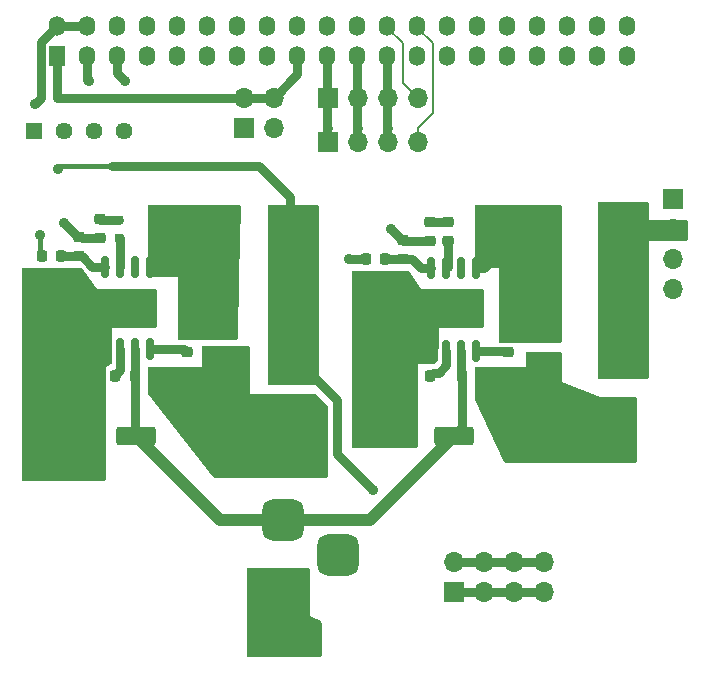
<source format=gtl>
G04 #@! TF.GenerationSoftware,KiCad,Pcbnew,(6.0.1)*
G04 #@! TF.CreationDate,2023-02-19T12:06:20-06:00*
G04 #@! TF.ProjectId,2019-Pi-Power,32303139-2d50-4692-9d50-6f7765722e6b,V2*
G04 #@! TF.SameCoordinates,Original*
G04 #@! TF.FileFunction,Copper,L1,Top*
G04 #@! TF.FilePolarity,Positive*
%FSLAX46Y46*%
G04 Gerber Fmt 4.6, Leading zero omitted, Abs format (unit mm)*
G04 Created by KiCad (PCBNEW (6.0.1)) date 2023-02-19 12:06:20*
%MOMM*%
%LPD*%
G01*
G04 APERTURE LIST*
G04 Aperture macros list*
%AMRoundRect*
0 Rectangle with rounded corners*
0 $1 Rounding radius*
0 $2 $3 $4 $5 $6 $7 $8 $9 X,Y pos of 4 corners*
0 Add a 4 corners polygon primitive as box body*
4,1,4,$2,$3,$4,$5,$6,$7,$8,$9,$2,$3,0*
0 Add four circle primitives for the rounded corners*
1,1,$1+$1,$2,$3*
1,1,$1+$1,$4,$5*
1,1,$1+$1,$6,$7*
1,1,$1+$1,$8,$9*
0 Add four rect primitives between the rounded corners*
20,1,$1+$1,$2,$3,$4,$5,0*
20,1,$1+$1,$4,$5,$6,$7,0*
20,1,$1+$1,$6,$7,$8,$9,0*
20,1,$1+$1,$8,$9,$2,$3,0*%
G04 Aperture macros list end*
G04 #@! TA.AperFunction,SMDPad,CuDef*
%ADD10RoundRect,0.218750X-0.218750X-0.256250X0.218750X-0.256250X0.218750X0.256250X-0.218750X0.256250X0*%
G04 #@! TD*
G04 #@! TA.AperFunction,SMDPad,CuDef*
%ADD11RoundRect,0.218750X-0.256250X0.218750X-0.256250X-0.218750X0.256250X-0.218750X0.256250X0.218750X0*%
G04 #@! TD*
G04 #@! TA.AperFunction,SMDPad,CuDef*
%ADD12R,0.750000X0.800000*%
G04 #@! TD*
G04 #@! TA.AperFunction,ComponentPad*
%ADD13RoundRect,0.875000X0.875000X-0.875000X0.875000X0.875000X-0.875000X0.875000X-0.875000X-0.875000X0*%
G04 #@! TD*
G04 #@! TA.AperFunction,SMDPad,CuDef*
%ADD14R,2.700000X3.600000*%
G04 #@! TD*
G04 #@! TA.AperFunction,SMDPad,CuDef*
%ADD15RoundRect,0.218750X0.218750X0.256250X-0.218750X0.256250X-0.218750X-0.256250X0.218750X-0.256250X0*%
G04 #@! TD*
G04 #@! TA.AperFunction,SMDPad,CuDef*
%ADD16RoundRect,0.218750X0.256250X-0.218750X0.256250X0.218750X-0.256250X0.218750X-0.256250X-0.218750X0*%
G04 #@! TD*
G04 #@! TA.AperFunction,SMDPad,CuDef*
%ADD17RoundRect,0.150000X-0.150000X0.800000X-0.150000X-0.800000X0.150000X-0.800000X0.150000X0.800000X0*%
G04 #@! TD*
G04 #@! TA.AperFunction,SMDPad,CuDef*
%ADD18R,1.700000X2.500000*%
G04 #@! TD*
G04 #@! TA.AperFunction,SMDPad,CuDef*
%ADD19RoundRect,0.250000X1.412500X0.550000X-1.412500X0.550000X-1.412500X-0.550000X1.412500X-0.550000X0*%
G04 #@! TD*
G04 #@! TA.AperFunction,SMDPad,CuDef*
%ADD20RoundRect,0.250000X-0.550000X1.412500X-0.550000X-1.412500X0.550000X-1.412500X0.550000X1.412500X0*%
G04 #@! TD*
G04 #@! TA.AperFunction,ComponentPad*
%ADD21R,1.700000X1.700000*%
G04 #@! TD*
G04 #@! TA.AperFunction,ComponentPad*
%ADD22O,1.700000X1.700000*%
G04 #@! TD*
G04 #@! TA.AperFunction,ComponentPad*
%ADD23R,1.440000X1.440000*%
G04 #@! TD*
G04 #@! TA.AperFunction,ComponentPad*
%ADD24C,1.440000*%
G04 #@! TD*
G04 #@! TA.AperFunction,ComponentPad*
%ADD25R,1.400000X1.700000*%
G04 #@! TD*
G04 #@! TA.AperFunction,ComponentPad*
%ADD26O,1.400000X1.700000*%
G04 #@! TD*
G04 #@! TA.AperFunction,ViaPad*
%ADD27C,0.900000*%
G04 #@! TD*
G04 #@! TA.AperFunction,ViaPad*
%ADD28C,0.500000*%
G04 #@! TD*
G04 #@! TA.AperFunction,Conductor*
%ADD29C,0.800000*%
G04 #@! TD*
G04 #@! TA.AperFunction,Conductor*
%ADD30C,0.400000*%
G04 #@! TD*
G04 #@! TA.AperFunction,Conductor*
%ADD31C,0.200000*%
G04 #@! TD*
G04 #@! TA.AperFunction,Conductor*
%ADD32C,1.000000*%
G04 #@! TD*
G04 APERTURE END LIST*
D10*
X214960500Y-125870000D03*
X216535500Y-125870000D03*
D11*
X219304000Y-122263000D03*
X219304000Y-123838000D03*
D12*
X213589000Y-114186000D03*
X213589000Y-112686000D03*
D13*
X227432000Y-138062000D03*
X227432000Y-144062000D03*
X232132000Y-141062000D03*
D14*
X228026000Y-113678000D03*
X219726000Y-113678000D03*
D15*
X213208000Y-125870000D03*
X211633000Y-125870000D03*
D16*
X210160000Y-115735500D03*
X210160000Y-114160500D03*
D11*
X211938000Y-112636500D03*
X211938000Y-114211500D03*
D10*
X207086500Y-115710000D03*
X208661500Y-115710000D03*
D17*
X216192500Y-116655000D03*
X214922500Y-116655000D03*
X213652500Y-116655000D03*
X212382500Y-116655000D03*
X212382500Y-123655000D03*
X213652500Y-123655000D03*
X214922500Y-123655000D03*
X216192500Y-123655000D03*
D18*
X222606000Y-125330000D03*
X222606000Y-121330000D03*
D19*
X214983500Y-130950000D03*
X209908500Y-130950000D03*
D20*
X228448000Y-124856500D03*
X228448000Y-129931500D03*
D21*
X241910000Y-144158000D03*
D22*
X241910000Y-141618000D03*
X244450000Y-144158000D03*
X244450000Y-141618000D03*
X246990000Y-144158000D03*
X246990000Y-141618000D03*
X249530000Y-144158000D03*
X249530000Y-141618000D03*
D21*
X231242000Y-102375000D03*
D22*
X233782000Y-102375000D03*
X236322000Y-102375000D03*
X238862000Y-102375000D03*
D21*
X231242000Y-106058000D03*
D22*
X233782000Y-106058000D03*
X236322000Y-106058000D03*
X238862000Y-106058000D03*
D21*
X224130000Y-104915000D03*
D22*
X224130000Y-102375000D03*
X226670000Y-104915000D03*
X226670000Y-102375000D03*
D19*
X241907500Y-130950000D03*
X236832500Y-130950000D03*
D10*
X242646500Y-125870000D03*
X244221500Y-125870000D03*
D11*
X246482000Y-122263000D03*
X246482000Y-123838000D03*
D20*
X255880000Y-124348500D03*
X255880000Y-129423500D03*
D18*
X249530000Y-125330000D03*
X249530000Y-121330000D03*
D14*
X256134000Y-113424000D03*
X247834000Y-113424000D03*
D15*
X239903500Y-125870000D03*
X238328500Y-125870000D03*
D16*
X237592000Y-115989500D03*
X237592000Y-114414500D03*
D10*
X234518500Y-115964000D03*
X236093500Y-115964000D03*
D17*
X243815000Y-116782000D03*
X242545000Y-116782000D03*
X241275000Y-116782000D03*
X240005000Y-116782000D03*
X240005000Y-123782000D03*
X241275000Y-123782000D03*
X242545000Y-123782000D03*
X243815000Y-123782000D03*
D16*
X241402000Y-114465500D03*
X241402000Y-112890500D03*
D11*
X239878000Y-112890500D03*
X239878000Y-114465500D03*
D21*
X260452000Y-110884000D03*
D22*
X260452000Y-113424000D03*
X260452000Y-115964000D03*
X260452000Y-118504000D03*
D23*
X206414250Y-105145000D03*
D24*
X208954250Y-105145000D03*
X211494250Y-105145000D03*
X214034250Y-105145000D03*
D25*
X208370000Y-98770000D03*
D26*
X208370000Y-96230000D03*
X210910000Y-98770000D03*
X210910000Y-96230000D03*
X213450000Y-98770000D03*
X213450000Y-96230000D03*
X215990000Y-98770000D03*
X215990000Y-96230000D03*
X218530000Y-98770000D03*
X218530000Y-96230000D03*
X221070000Y-98770000D03*
X221070000Y-96230000D03*
X223610000Y-98770000D03*
X223610000Y-96230000D03*
X226150000Y-98770000D03*
X226150000Y-96230000D03*
X228690000Y-98770000D03*
X228690000Y-96230000D03*
X231230000Y-98770000D03*
X231230000Y-96230000D03*
X233770000Y-98770000D03*
X233770000Y-96230000D03*
X236310000Y-98770000D03*
X236310000Y-96230000D03*
X238850000Y-98770000D03*
X238850000Y-96230000D03*
X241390000Y-98770000D03*
X241390000Y-96230000D03*
X243930000Y-98770000D03*
X243930000Y-96230000D03*
X246470000Y-98770000D03*
X246470000Y-96230000D03*
X249010000Y-98770000D03*
X249010000Y-96230000D03*
X251550000Y-98770000D03*
X251550000Y-96230000D03*
X254090000Y-98770000D03*
X254090000Y-96230000D03*
X256630000Y-98770000D03*
X256630000Y-96230000D03*
D27*
X208400000Y-108400000D03*
X235052000Y-135522000D03*
X206858000Y-113932000D03*
X206500000Y-102900000D03*
D28*
X210414000Y-118250000D03*
X210414000Y-119774000D03*
X210414000Y-119012000D03*
X209652000Y-118250000D03*
X209652000Y-117488000D03*
X209652000Y-119012000D03*
X209652000Y-119774000D03*
X210414000Y-121298000D03*
X209652000Y-122060000D03*
X209652000Y-120536000D03*
X209652000Y-121298000D03*
X209652000Y-122822000D03*
X210414000Y-120536000D03*
X210414000Y-122060000D03*
X210414000Y-122822000D03*
X208890000Y-118250000D03*
X208128000Y-119012000D03*
X208128000Y-117488000D03*
X208128000Y-118250000D03*
X208128000Y-119774000D03*
X208890000Y-117488000D03*
X208890000Y-119012000D03*
X208890000Y-119774000D03*
X208128000Y-122822000D03*
X208890000Y-120536000D03*
X208890000Y-122822000D03*
X208890000Y-122060000D03*
X208128000Y-121298000D03*
X208890000Y-121298000D03*
X208128000Y-120536000D03*
X208128000Y-122060000D03*
X207366000Y-122822000D03*
X207366000Y-121298000D03*
X207366000Y-119012000D03*
X207366000Y-118250000D03*
X207366000Y-119774000D03*
X207366000Y-117488000D03*
X207366000Y-122060000D03*
X207366000Y-120536000D03*
X215748000Y-120282000D03*
X214224000Y-119520000D03*
X214224000Y-121044000D03*
X213462000Y-121044000D03*
X214224000Y-120282000D03*
X213462000Y-120282000D03*
X213462000Y-119520000D03*
X214986000Y-121044000D03*
X214986000Y-119520000D03*
X214986000Y-120282000D03*
X215748000Y-119520000D03*
X215748000Y-121044000D03*
X212700000Y-120282000D03*
X212700000Y-119520000D03*
X212700000Y-121044000D03*
X243434000Y-120282000D03*
X241910000Y-119520000D03*
X241910000Y-121044000D03*
X241148000Y-121044000D03*
X241910000Y-120282000D03*
X241148000Y-120282000D03*
X241148000Y-119520000D03*
X242672000Y-121044000D03*
X242672000Y-119520000D03*
X242672000Y-120282000D03*
X243434000Y-119520000D03*
X243434000Y-121044000D03*
X240386000Y-120282000D03*
X240386000Y-119520000D03*
X240386000Y-121044000D03*
X236322000Y-122822000D03*
X235560000Y-122822000D03*
X236322000Y-122060000D03*
X236322000Y-121298000D03*
X236322000Y-119774000D03*
X237846000Y-118250000D03*
X236322000Y-120536000D03*
X235560000Y-121298000D03*
X236322000Y-117488000D03*
X236322000Y-119012000D03*
X235560000Y-119012000D03*
X236322000Y-118250000D03*
X235560000Y-118250000D03*
X235560000Y-119774000D03*
X235560000Y-117488000D03*
X235560000Y-122060000D03*
X235560000Y-120536000D03*
X237084000Y-119012000D03*
X237084000Y-117488000D03*
X237084000Y-118250000D03*
X237084000Y-119774000D03*
X237846000Y-117488000D03*
X234798000Y-121298000D03*
X234798000Y-122060000D03*
X234798000Y-122822000D03*
X237846000Y-119012000D03*
X234798000Y-118250000D03*
X234798000Y-120536000D03*
X234798000Y-117488000D03*
X234798000Y-119774000D03*
X237846000Y-119774000D03*
X234798000Y-119012000D03*
X237084000Y-122822000D03*
X237846000Y-120536000D03*
X237846000Y-122822000D03*
X237846000Y-122060000D03*
X237084000Y-121298000D03*
X237846000Y-121298000D03*
X237084000Y-120536000D03*
X237084000Y-122060000D03*
D27*
X253848000Y-130950000D03*
X229972000Y-131458000D03*
X236576000Y-113424000D03*
X228194000Y-147206000D03*
X226670000Y-147206000D03*
X229718000Y-147206000D03*
X253848000Y-129680000D03*
X229972000Y-130188000D03*
X229972000Y-128918000D03*
X229972000Y-132728000D03*
X253848000Y-132220000D03*
D28*
X210414000Y-117488000D03*
D27*
X208890000Y-112916000D03*
X225146000Y-147206000D03*
X253848000Y-128410000D03*
X211000000Y-100900000D03*
X214100000Y-100900000D03*
X254610000Y-122568000D03*
X233020000Y-115964000D03*
D29*
X208375000Y-102375000D02*
X208370000Y-102370000D01*
X228690000Y-100355000D02*
X226670000Y-102375000D01*
X224130000Y-102375000D02*
X226670000Y-102375000D01*
X228690000Y-98770000D02*
X228690000Y-100355000D01*
X208370000Y-102370000D02*
X208370000Y-98770000D01*
X224130000Y-102375000D02*
X208375000Y-102375000D01*
D30*
X208370000Y-96230000D02*
X208304000Y-96230000D01*
X206858000Y-113932000D02*
X206858000Y-115481500D01*
D29*
X207000000Y-97600000D02*
X208370000Y-96230000D01*
X228448000Y-124856500D02*
X228958500Y-124856500D01*
X207000000Y-102400000D02*
X206500000Y-102900000D01*
X225400000Y-108090000D02*
X212954000Y-108090000D01*
X228026000Y-113678000D02*
X228026000Y-110716000D01*
X228026000Y-110716000D02*
X225400000Y-108090000D01*
X207000000Y-101400000D02*
X207000000Y-97600000D01*
X232004000Y-127902000D02*
X232004000Y-132474000D01*
X232004000Y-132474000D02*
X235052000Y-135522000D01*
X241910000Y-141618000D02*
X249530000Y-141618000D01*
D30*
X207086500Y-115710000D02*
X207086500Y-115735500D01*
D29*
X207000000Y-101400000D02*
X207000000Y-102400000D01*
D30*
X212954000Y-108090000D02*
X208710000Y-108090000D01*
X208710000Y-108090000D02*
X208400000Y-108400000D01*
D29*
X208370000Y-96230000D02*
X210910000Y-96230000D01*
D30*
X206858000Y-115481500D02*
X207086500Y-115710000D01*
D29*
X228958500Y-124856500D02*
X232004000Y-127902000D01*
X210465000Y-114211500D02*
X210414000Y-114160500D01*
X239878000Y-114465500D02*
X237643000Y-114465500D01*
X237566500Y-114414500D02*
X236576000Y-113424000D01*
X229972000Y-132728000D02*
X229972000Y-128918000D01*
X237592000Y-114414500D02*
X237566500Y-114414500D01*
X210160000Y-114160500D02*
X210134500Y-114160500D01*
X211938000Y-114211500D02*
X210465000Y-114211500D01*
X229972000Y-131455500D02*
X228448000Y-129931500D01*
X225146000Y-147206000D02*
X227178000Y-147206000D01*
X229972000Y-130188000D02*
X228704500Y-130188000D01*
X227432000Y-146952000D02*
X227178000Y-147206000D01*
X228704500Y-130188000D02*
X228448000Y-129931500D01*
X237643000Y-114465500D02*
X237592000Y-114414500D01*
X227178000Y-147206000D02*
X229718000Y-147206000D01*
X229972000Y-128918000D02*
X229461500Y-128918000D01*
X229972000Y-131458000D02*
X229972000Y-131455500D01*
X210134500Y-114160500D02*
X208890000Y-112916000D01*
X229461500Y-128918000D02*
X228448000Y-129931500D01*
X227432000Y-144062000D02*
X227432000Y-146952000D01*
X241910000Y-144158000D02*
X249530000Y-144158000D01*
X210910000Y-100810000D02*
X211000000Y-100900000D01*
X210910000Y-98770000D02*
X210910000Y-100810000D01*
X213450000Y-98770000D02*
X213450000Y-100250000D01*
X213450000Y-100250000D02*
X214100000Y-100900000D01*
X231230000Y-104903000D02*
X231242000Y-104915000D01*
X231230000Y-104903000D02*
X231230000Y-106046000D01*
X231230000Y-98770000D02*
X231230000Y-104903000D01*
X231230000Y-106046000D02*
X231242000Y-106058000D01*
X233770000Y-104903000D02*
X233770000Y-106046000D01*
X233770000Y-104903000D02*
X233782000Y-104915000D01*
X233770000Y-106046000D02*
X233782000Y-106058000D01*
X233770000Y-98770000D02*
X233770000Y-104903000D01*
X236310000Y-98770000D02*
X236310000Y-104903000D01*
X236310000Y-104903000D02*
X236322000Y-104915000D01*
X236310000Y-106046000D02*
X236322000Y-106058000D01*
X236310000Y-104903000D02*
X236310000Y-106046000D01*
D31*
X236310000Y-96230000D02*
X236310000Y-96394000D01*
X237592000Y-101105000D02*
X238862000Y-102375000D01*
X237592000Y-97676000D02*
X237592000Y-101105000D01*
X236310000Y-96394000D02*
X237592000Y-97676000D01*
X240132000Y-97676000D02*
X240132000Y-103645000D01*
X240132000Y-103645000D02*
X238862000Y-104915000D01*
X238850000Y-96230000D02*
X238850000Y-96394000D01*
X238862000Y-104915000D02*
X238862000Y-106058000D01*
X238850000Y-96394000D02*
X240132000Y-97676000D01*
D29*
X234518500Y-115964000D02*
X233020000Y-115964000D01*
X216192500Y-123655000D02*
X219121000Y-123655000D01*
X219121000Y-123655000D02*
X219304000Y-123838000D01*
X242646500Y-125870000D02*
X242646500Y-130211000D01*
X214960500Y-130927000D02*
X214983500Y-130950000D01*
X242545000Y-125768500D02*
X242646500Y-125870000D01*
X214922500Y-123655000D02*
X214922500Y-125832000D01*
X214960500Y-125870000D02*
X214960500Y-130927000D01*
D32*
X222095500Y-138062000D02*
X214983500Y-130950000D01*
D29*
X214922500Y-125832000D02*
X214960500Y-125870000D01*
X242646500Y-130211000D02*
X241907500Y-130950000D01*
D32*
X234795500Y-138062000D02*
X241907500Y-130950000D01*
X227432000Y-138062000D02*
X234795500Y-138062000D01*
D29*
X242545000Y-123782000D02*
X242545000Y-125768500D01*
D32*
X227432000Y-138062000D02*
X222095500Y-138062000D01*
D29*
X211987500Y-112686000D02*
X211938000Y-112636500D01*
X213589000Y-112686000D02*
X211987500Y-112686000D01*
X213652500Y-116655000D02*
X213652500Y-114249500D01*
X213652500Y-114249500D02*
X213589000Y-114186000D01*
X243815000Y-123782000D02*
X246426000Y-123782000D01*
X246426000Y-123782000D02*
X246482000Y-123838000D01*
X243815000Y-116782000D02*
X244476000Y-116782000D01*
X244476000Y-116782000D02*
X247834000Y-113424000D01*
X241402000Y-112890500D02*
X239878000Y-112890500D01*
X241402000Y-116655000D02*
X241275000Y-116782000D01*
X241402000Y-114465500D02*
X241402000Y-116655000D01*
X210414000Y-115735500D02*
X208941000Y-115735500D01*
X208941000Y-115735500D02*
X208915500Y-115710000D01*
X212382500Y-116655000D02*
X211333500Y-116655000D01*
X211333500Y-116655000D02*
X210414000Y-115735500D01*
X213652500Y-125425500D02*
X213208000Y-125870000D01*
X213652500Y-123655000D02*
X213652500Y-125425500D01*
X236881000Y-115989500D02*
X236855500Y-115964000D01*
X236119000Y-115989500D02*
X236093500Y-115964000D01*
X238354000Y-115989500D02*
X236881000Y-115989500D01*
X236881000Y-115989500D02*
X236119000Y-115989500D01*
X239146500Y-116782000D02*
X238354000Y-115989500D01*
X240005000Y-116782000D02*
X239146500Y-116782000D01*
X240640000Y-125616000D02*
X240157500Y-125616000D01*
X241275000Y-123782000D02*
X241275000Y-124981000D01*
X241275000Y-124981000D02*
X240640000Y-125616000D01*
X240157500Y-125616000D02*
X239903500Y-125870000D01*
G04 #@! TA.AperFunction,Conductor*
G36*
X229660121Y-142146002D02*
G01*
X229706614Y-142199658D01*
X229718000Y-142252000D01*
X229718000Y-146190000D01*
X229733192Y-146197596D01*
X230664349Y-146663175D01*
X230716333Y-146711530D01*
X230734000Y-146775873D01*
X230734000Y-149574000D01*
X230713998Y-149642121D01*
X230660342Y-149688614D01*
X230608000Y-149700000D01*
X224510000Y-149700000D01*
X224441879Y-149679998D01*
X224395386Y-149626342D01*
X224384000Y-149574000D01*
X224384000Y-142252000D01*
X224404002Y-142183879D01*
X224457658Y-142137386D01*
X224510000Y-142126000D01*
X229592000Y-142126000D01*
X229660121Y-142146002D01*
G37*
G04 #@! TD.AperFunction*
G04 #@! TA.AperFunction,Conductor*
G36*
X210417280Y-116746002D02*
G01*
X210451688Y-116778763D01*
X211684000Y-118504000D01*
X216638000Y-118504000D01*
X216706121Y-118524002D01*
X216752614Y-118577658D01*
X216764000Y-118630000D01*
X216764000Y-121680000D01*
X216743998Y-121748121D01*
X216690342Y-121794614D01*
X216638000Y-121806000D01*
X212954000Y-121806000D01*
X212954000Y-123585376D01*
X212952922Y-123601821D01*
X212952000Y-123608826D01*
X212952000Y-124777128D01*
X212931998Y-124845249D01*
X212882350Y-124889825D01*
X212446000Y-125108000D01*
X212446000Y-134634000D01*
X212425998Y-134702121D01*
X212372342Y-134748614D01*
X212320000Y-134760000D01*
X205460000Y-134760000D01*
X205391879Y-134739998D01*
X205345386Y-134686342D01*
X205334000Y-134634000D01*
X205334000Y-116852000D01*
X205354002Y-116783879D01*
X205407658Y-116737386D01*
X205460000Y-116726000D01*
X210349159Y-116726000D01*
X210417280Y-116746002D01*
G37*
G04 #@! TD.AperFunction*
G04 #@! TA.AperFunction,Conductor*
G36*
X238100688Y-117000002D02*
G01*
X238137405Y-117036108D01*
X239116000Y-118504000D01*
X244324000Y-118504000D01*
X244392121Y-118524002D01*
X244438614Y-118577658D01*
X244450000Y-118630000D01*
X244450000Y-121680000D01*
X244429998Y-121748121D01*
X244376342Y-121794614D01*
X244324000Y-121806000D01*
X240640000Y-121806000D01*
X240640000Y-123458486D01*
X240631393Y-123504255D01*
X240591524Y-123606513D01*
X240574500Y-123735826D01*
X240574500Y-124447255D01*
X240561198Y-124503604D01*
X240420826Y-124784349D01*
X240372471Y-124836333D01*
X240308128Y-124854000D01*
X238862000Y-124854000D01*
X238862000Y-131840000D01*
X238841998Y-131908121D01*
X238788342Y-131954614D01*
X238736000Y-131966000D01*
X233400000Y-131966000D01*
X233331879Y-131945998D01*
X233285386Y-131892342D01*
X233274000Y-131840000D01*
X233274000Y-117106000D01*
X233294002Y-117037879D01*
X233347658Y-116991386D01*
X233400000Y-116980000D01*
X238032567Y-116980000D01*
X238100688Y-117000002D01*
G37*
G04 #@! TD.AperFunction*
G04 #@! TA.AperFunction,Conductor*
G36*
X250996121Y-123858002D02*
G01*
X251042614Y-123911658D01*
X251054000Y-123964000D01*
X251054000Y-126378000D01*
X251068014Y-126383390D01*
X254345175Y-127643837D01*
X254345177Y-127643837D01*
X254356000Y-127648000D01*
X257278000Y-127648000D01*
X257346121Y-127668002D01*
X257392614Y-127721658D01*
X257404000Y-127774000D01*
X257404000Y-133110000D01*
X257383998Y-133178121D01*
X257330342Y-133224614D01*
X257278000Y-133236000D01*
X246307556Y-133236000D01*
X246239435Y-133215998D01*
X246193796Y-133164172D01*
X243700240Y-127927704D01*
X243688000Y-127873532D01*
X243688000Y-125234000D01*
X243708002Y-125165879D01*
X243761658Y-125119386D01*
X243814000Y-125108000D01*
X248006000Y-125108000D01*
X248006000Y-123964000D01*
X248026002Y-123895879D01*
X248079658Y-123849386D01*
X248132000Y-123838000D01*
X250928000Y-123838000D01*
X250996121Y-123858002D01*
G37*
G04 #@! TD.AperFunction*
G04 #@! TA.AperFunction,Conductor*
G36*
X224580121Y-123350002D02*
G01*
X224626614Y-123403658D01*
X224638000Y-123456000D01*
X224638000Y-127394000D01*
X230173810Y-127394000D01*
X230241931Y-127414002D01*
X230262905Y-127430905D01*
X231205095Y-128373095D01*
X231239121Y-128435407D01*
X231242000Y-128462190D01*
X231242000Y-134380000D01*
X231221998Y-134448121D01*
X231168342Y-134494614D01*
X231116000Y-134506000D01*
X221651241Y-134506000D01*
X221583120Y-134485998D01*
X221552165Y-134457846D01*
X216028924Y-127428267D01*
X216002565Y-127362344D01*
X216002000Y-127350421D01*
X216002000Y-125234000D01*
X216022002Y-125165879D01*
X216075658Y-125119386D01*
X216128000Y-125108000D01*
X220574000Y-125108000D01*
X220574000Y-123456000D01*
X220594002Y-123387879D01*
X220647658Y-123341386D01*
X220700000Y-123330000D01*
X224512000Y-123330000D01*
X224580121Y-123350002D01*
G37*
G04 #@! TD.AperFunction*
G04 #@! TA.AperFunction,Conductor*
G36*
X258362121Y-111158002D02*
G01*
X258408614Y-111211658D01*
X258420000Y-111264000D01*
X258420000Y-112662000D01*
X261596000Y-112662000D01*
X261664121Y-112682002D01*
X261710614Y-112735658D01*
X261722000Y-112788000D01*
X261722000Y-114314000D01*
X261701998Y-114382121D01*
X261648342Y-114428614D01*
X261596000Y-114440000D01*
X258420000Y-114440000D01*
X258420000Y-125998000D01*
X258399998Y-126066121D01*
X258346342Y-126112614D01*
X258294000Y-126124000D01*
X254228000Y-126124000D01*
X254159879Y-126103998D01*
X254113386Y-126050342D01*
X254102000Y-125998000D01*
X254102000Y-111264000D01*
X254122002Y-111195879D01*
X254175658Y-111149386D01*
X254228000Y-111138000D01*
X258294000Y-111138000D01*
X258362121Y-111158002D01*
G37*
G04 #@! TD.AperFunction*
G04 #@! TA.AperFunction,Conductor*
G36*
X230422121Y-111412002D02*
G01*
X230468614Y-111465658D01*
X230480000Y-111518000D01*
X230480000Y-126506000D01*
X230459998Y-126574121D01*
X230406342Y-126620614D01*
X230354000Y-126632000D01*
X226288000Y-126632000D01*
X226219879Y-126611998D01*
X226173386Y-126558342D01*
X226162000Y-126506000D01*
X226162000Y-111518000D01*
X226182002Y-111449879D01*
X226235658Y-111403386D01*
X226288000Y-111392000D01*
X230354000Y-111392000D01*
X230422121Y-111412002D01*
G37*
G04 #@! TD.AperFunction*
G04 #@! TA.AperFunction,Conductor*
G36*
X223815290Y-111412002D02*
G01*
X223861783Y-111465658D01*
X223873138Y-111520798D01*
X223740131Y-117506115D01*
X223624738Y-122698799D01*
X223603227Y-122766459D01*
X223548552Y-122811748D01*
X223498769Y-122822000D01*
X218668000Y-122822000D01*
X218599879Y-122801998D01*
X218553386Y-122748342D01*
X218542000Y-122696000D01*
X218542000Y-117488000D01*
X216128000Y-117488000D01*
X216059879Y-117467998D01*
X216013386Y-117414342D01*
X216002000Y-117362000D01*
X216002000Y-111518000D01*
X216022002Y-111449879D01*
X216075658Y-111403386D01*
X216128000Y-111392000D01*
X223747169Y-111392000D01*
X223815290Y-111412002D01*
G37*
G04 #@! TD.AperFunction*
G04 #@! TA.AperFunction,Conductor*
G36*
X250996121Y-111412002D02*
G01*
X251042614Y-111465658D01*
X251054000Y-111518000D01*
X251054000Y-122950000D01*
X251033998Y-123018121D01*
X250980342Y-123064614D01*
X250928000Y-123076000D01*
X245846000Y-123076000D01*
X245777879Y-123055998D01*
X245731386Y-123002342D01*
X245720000Y-122950000D01*
X245720000Y-116726000D01*
X243814000Y-116726000D01*
X243745879Y-116705998D01*
X243699386Y-116652342D01*
X243688000Y-116600000D01*
X243688000Y-111518000D01*
X243708002Y-111449879D01*
X243761658Y-111403386D01*
X243814000Y-111392000D01*
X250928000Y-111392000D01*
X250996121Y-111412002D01*
G37*
G04 #@! TD.AperFunction*
M02*

</source>
